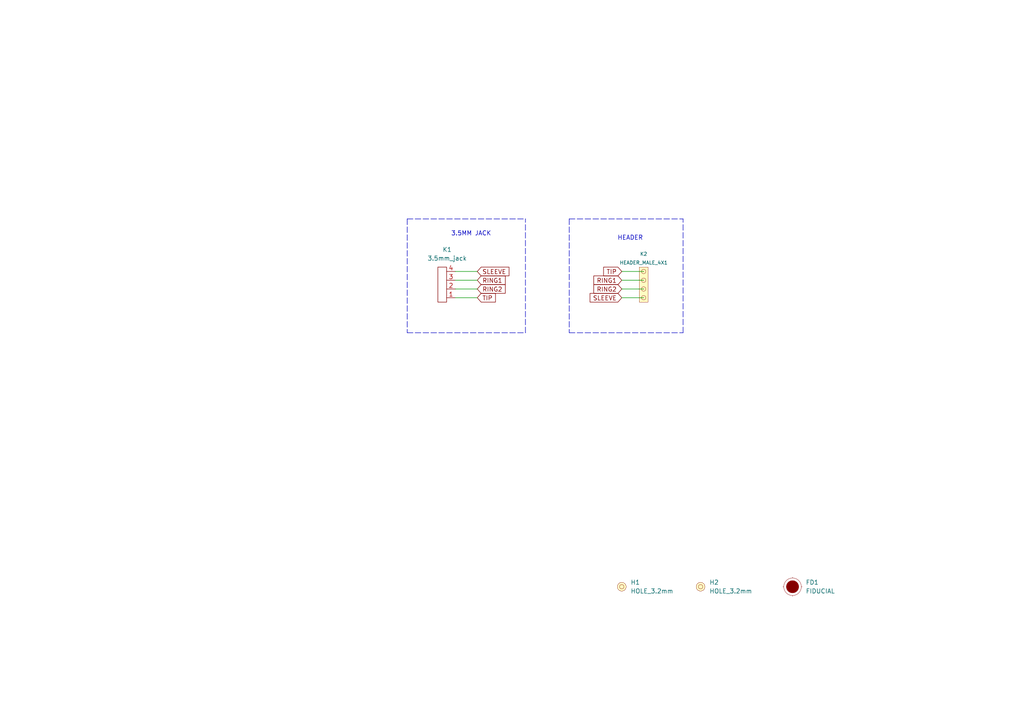
<source format=kicad_sch>
(kicad_sch (version 20211123) (generator eeschema)

  (uuid 4d4ea573-4419-42fe-8738-6d28684e2e56)

  (paper "A4")

  (title_block
    (title "3.5mm Jack breakout")
    (date "2022-01-12")
    (rev "V1.0.0.")
    (company "SOLDERED")
    (comment 1 "333088")
  )

  (lib_symbols
    (symbol "e-radionica.com schematics:3.5mm_jack" (in_bom yes) (on_board yes)
      (property "Reference" "K" (id 0) (at 0 6.604 0)
        (effects (font (size 1.27 1.27)))
      )
      (property "Value" "3.5mm_jack" (id 1) (at 0 -7.62 0)
        (effects (font (size 1.27 1.27)))
      )
      (property "Footprint" "e-radionica.com footprinti:3.5mm_jack" (id 2) (at -1.27 0 0)
        (effects (font (size 1.27 1.27)) hide)
      )
      (property "Datasheet" "" (id 3) (at -1.27 0 0)
        (effects (font (size 1.27 1.27)) hide)
      )
      (symbol "3.5mm_jack_0_1"
        (rectangle (start -1.27 5.08) (end 1.27 -5.08)
          (stroke (width 0.1524) (type default) (color 0 0 0 0))
          (fill (type none))
        )
      )
      (symbol "3.5mm_jack_1_1"
        (pin passive line (at -3.81 3.81 0) (length 2.54)
          (name "" (effects (font (size 1.27 1.27))))
          (number "1" (effects (font (size 1.27 1.27))))
        )
        (pin passive line (at -3.81 1.27 0) (length 2.54)
          (name "" (effects (font (size 1.27 1.27))))
          (number "2" (effects (font (size 1.27 1.27))))
        )
        (pin passive line (at -3.81 -1.27 0) (length 2.54)
          (name "" (effects (font (size 1.27 1.27))))
          (number "3" (effects (font (size 1.27 1.27))))
        )
        (pin passive line (at -3.81 -3.81 0) (length 2.54)
          (name "" (effects (font (size 1.27 1.27))))
          (number "4" (effects (font (size 1.27 1.27))))
        )
      )
    )
    (symbol "e-radionica.com schematics:FIDUCIAL" (in_bom no) (on_board yes)
      (property "Reference" "FD" (id 0) (at 0 3.81 0)
        (effects (font (size 1.27 1.27)))
      )
      (property "Value" "FIDUCIAL" (id 1) (at 0 -3.81 0)
        (effects (font (size 1.27 1.27)))
      )
      (property "Footprint" "e-radionica.com footprinti:FIDUCIAL_23" (id 2) (at 0.254 -5.334 0)
        (effects (font (size 1.27 1.27)) hide)
      )
      (property "Datasheet" "" (id 3) (at 0 0 0)
        (effects (font (size 1.27 1.27)) hide)
      )
      (symbol "FIDUCIAL_0_1"
        (polyline
          (pts
            (xy -2.54 0)
            (xy -2.794 0)
          )
          (stroke (width 0.0006) (type default) (color 0 0 0 0))
          (fill (type none))
        )
        (polyline
          (pts
            (xy 0 -2.54)
            (xy 0 -2.794)
          )
          (stroke (width 0.0006) (type default) (color 0 0 0 0))
          (fill (type none))
        )
        (polyline
          (pts
            (xy 0 2.54)
            (xy 0 2.794)
          )
          (stroke (width 0.0006) (type default) (color 0 0 0 0))
          (fill (type none))
        )
        (polyline
          (pts
            (xy 2.54 0)
            (xy 2.794 0)
          )
          (stroke (width 0.0006) (type default) (color 0 0 0 0))
          (fill (type none))
        )
        (circle (center 0 0) (radius 1.7961)
          (stroke (width 0.001) (type default) (color 0 0 0 0))
          (fill (type outline))
        )
        (circle (center 0 0) (radius 2.54)
          (stroke (width 0.0006) (type default) (color 0 0 0 0))
          (fill (type none))
        )
      )
    )
    (symbol "e-radionica.com schematics:HEADER_MALE_4X1" (pin_numbers hide) (pin_names hide) (in_bom yes) (on_board yes)
      (property "Reference" "K" (id 0) (at -0.635 7.62 0)
        (effects (font (size 1 1)))
      )
      (property "Value" "HEADER_MALE_4X1" (id 1) (at 0 -5.08 0)
        (effects (font (size 1 1)))
      )
      (property "Footprint" "e-radionica.com footprinti:HEADER_MALE_4X1" (id 2) (at 0 -7.62 0)
        (effects (font (size 1 1)) hide)
      )
      (property "Datasheet" "" (id 3) (at 0 -2.54 0)
        (effects (font (size 1 1)) hide)
      )
      (symbol "HEADER_MALE_4X1_0_1"
        (circle (center 0 -2.54) (radius 0.635)
          (stroke (width 0.0006) (type default) (color 0 0 0 0))
          (fill (type none))
        )
        (circle (center 0 0) (radius 0.635)
          (stroke (width 0.0006) (type default) (color 0 0 0 0))
          (fill (type none))
        )
        (circle (center 0 2.54) (radius 0.635)
          (stroke (width 0.0006) (type default) (color 0 0 0 0))
          (fill (type none))
        )
        (circle (center 0 5.08) (radius 0.635)
          (stroke (width 0.0006) (type default) (color 0 0 0 0))
          (fill (type none))
        )
        (rectangle (start 1.27 -3.81) (end -1.27 6.35)
          (stroke (width 0.001) (type default) (color 0 0 0 0))
          (fill (type background))
        )
      )
      (symbol "HEADER_MALE_4X1_1_1"
        (pin passive line (at 0 -2.54 180) (length 0)
          (name "~" (effects (font (size 1 1))))
          (number "1" (effects (font (size 1 1))))
        )
        (pin passive line (at 0 0 180) (length 0)
          (name "~" (effects (font (size 1 1))))
          (number "2" (effects (font (size 1 1))))
        )
        (pin passive line (at 0 2.54 180) (length 0)
          (name "~" (effects (font (size 1 1))))
          (number "3" (effects (font (size 1 1))))
        )
        (pin passive line (at 0 5.08 180) (length 0)
          (name "~" (effects (font (size 1 1))))
          (number "4" (effects (font (size 1 1))))
        )
      )
    )
    (symbol "e-radionica.com schematics:HOLE_3.2mm" (pin_numbers hide) (pin_names hide) (in_bom yes) (on_board yes)
      (property "Reference" "H" (id 0) (at 0 2.54 0)
        (effects (font (size 1.27 1.27)))
      )
      (property "Value" "HOLE_3.2mm" (id 1) (at 0 -2.54 0)
        (effects (font (size 1.27 1.27)))
      )
      (property "Footprint" "e-radionica.com footprinti:HOLE_3.2mm" (id 2) (at 0 0 0)
        (effects (font (size 1.27 1.27)) hide)
      )
      (property "Datasheet" "" (id 3) (at 0 0 0)
        (effects (font (size 1.27 1.27)) hide)
      )
      (symbol "HOLE_3.2mm_0_1"
        (circle (center 0 0) (radius 0.635)
          (stroke (width 0.0006) (type default) (color 0 0 0 0))
          (fill (type none))
        )
        (circle (center 0 0) (radius 1.27)
          (stroke (width 0.001) (type default) (color 0 0 0 0))
          (fill (type background))
        )
      )
    )
  )


  (polyline (pts (xy 118.11 63.5) (xy 118.11 96.52))
    (stroke (width 0) (type dash) (color 0 0 0 0))
    (uuid 07b23a9b-11db-408f-b7ca-c57849f63940)
  )
  (polyline (pts (xy 118.11 63.5) (xy 152.4 63.5))
    (stroke (width 0) (type dash) (color 0 0 0 0))
    (uuid 07b23a9b-11db-408f-b7ca-c57849f63941)
  )
  (polyline (pts (xy 118.11 96.52) (xy 152.4 96.52))
    (stroke (width 0) (type dash) (color 0 0 0 0))
    (uuid 07b23a9b-11db-408f-b7ca-c57849f63942)
  )
  (polyline (pts (xy 152.4 96.52) (xy 152.4 63.5))
    (stroke (width 0) (type dash) (color 0 0 0 0))
    (uuid 07b23a9b-11db-408f-b7ca-c57849f63943)
  )

  (wire (pts (xy 180.34 81.28) (xy 186.69 81.28))
    (stroke (width 0) (type solid) (color 0 0 0 0))
    (uuid 0eed3b68-b9ad-4508-8b1d-c6a2670b1b39)
  )
  (wire (pts (xy 132.08 83.82) (xy 138.43 83.82))
    (stroke (width 0) (type solid) (color 0 0 0 0))
    (uuid 0f6ddcc2-4c92-42aa-bb41-71a07b1d1c10)
  )
  (wire (pts (xy 180.34 83.82) (xy 186.69 83.82))
    (stroke (width 0) (type solid) (color 0 0 0 0))
    (uuid 1e70f4c5-7ca6-4a53-a5cd-027cb3c06eda)
  )
  (wire (pts (xy 180.34 78.74) (xy 186.69 78.74))
    (stroke (width 0) (type solid) (color 0 0 0 0))
    (uuid 3446b0a6-5619-4540-b9e0-3f35fb42538a)
  )
  (wire (pts (xy 132.08 86.36) (xy 138.43 86.36))
    (stroke (width 0) (type solid) (color 0 0 0 0))
    (uuid 34612f0c-6b99-4788-8ca7-df28a1c77952)
  )
  (wire (pts (xy 132.08 78.74) (xy 138.43 78.74))
    (stroke (width 0) (type solid) (color 0 0 0 0))
    (uuid 504cc251-8d48-495e-81b6-f29fff3cba7d)
  )
  (wire (pts (xy 180.34 86.36) (xy 186.69 86.36))
    (stroke (width 0) (type solid) (color 0 0 0 0))
    (uuid 8064715a-29d4-43b3-978e-5ff45d2479ae)
  )
  (polyline (pts (xy 165.1 63.5) (xy 165.1 96.52))
    (stroke (width 0) (type dash) (color 0 0 0 0))
    (uuid c95be70e-ddc2-4582-9b8e-1228d5635d2c)
  )
  (polyline (pts (xy 165.1 63.5) (xy 198.12 63.5))
    (stroke (width 0) (type dash) (color 0 0 0 0))
    (uuid c95be70e-ddc2-4582-9b8e-1228d5635d2d)
  )
  (polyline (pts (xy 165.1 96.52) (xy 198.12 96.52))
    (stroke (width 0) (type dash) (color 0 0 0 0))
    (uuid c95be70e-ddc2-4582-9b8e-1228d5635d2e)
  )
  (polyline (pts (xy 198.12 96.52) (xy 198.12 63.5))
    (stroke (width 0) (type dash) (color 0 0 0 0))
    (uuid c95be70e-ddc2-4582-9b8e-1228d5635d2f)
  )

  (wire (pts (xy 132.08 81.28) (xy 138.43 81.28))
    (stroke (width 0) (type solid) (color 0 0 0 0))
    (uuid e84d48e8-74bd-4eeb-bc02-dcb739594d16)
  )

  (text "HEADER" (at 179.07 69.85 0)
    (effects (font (size 1.27 1.27)) (justify left bottom))
    (uuid 88e40bdb-21e0-4411-b409-718cfc8a5d86)
  )
  (text "3.5MM JACK" (at 130.81 68.58 0)
    (effects (font (size 1.27 1.27)) (justify left bottom))
    (uuid c9932a74-5570-4d89-9f85-b5477670644c)
  )

  (global_label "RING1" (shape input) (at 138.43 81.28 0) (fields_autoplaced)
    (effects (font (size 1.27 1.27)) (justify left))
    (uuid 09fcc398-a550-49b7-8971-abad8510bd0b)
    (property "Intersheet References" "${INTERSHEET_REFS}" (id 0) (at 146.5279 81.3594 0)
      (effects (font (size 1.27 1.27)) (justify left) hide)
    )
  )
  (global_label "SLEEVE" (shape input) (at 138.43 78.74 0) (fields_autoplaced)
    (effects (font (size 1.27 1.27)) (justify left))
    (uuid 4993d6a4-0976-4638-a662-58c562913dea)
    (property "Intersheet References" "${INTERSHEET_REFS}" (id 0) (at 147.6164 78.6606 0)
      (effects (font (size 1.27 1.27)) (justify left) hide)
    )
  )
  (global_label "TIP" (shape input) (at 138.43 86.36 0) (fields_autoplaced)
    (effects (font (size 1.27 1.27)) (justify left))
    (uuid 689ef92e-21a3-453e-9fdb-68be11ebfa7b)
    (property "Intersheet References" "${INTERSHEET_REFS}" (id 0) (at 143.6855 86.4394 0)
      (effects (font (size 1.27 1.27)) (justify left) hide)
    )
  )
  (global_label "SLEEVE" (shape input) (at 180.34 86.36 180) (fields_autoplaced)
    (effects (font (size 1.27 1.27)) (justify right))
    (uuid 6f2a92b1-58e1-4844-badb-ffc5267883a3)
    (property "Intersheet References" "${INTERSHEET_REFS}" (id 0) (at 171.1536 86.2806 0)
      (effects (font (size 1.27 1.27)) (justify right) hide)
    )
  )
  (global_label "TIP" (shape input) (at 180.34 78.74 180) (fields_autoplaced)
    (effects (font (size 1.27 1.27)) (justify right))
    (uuid 8b2a97fc-084b-420e-b94b-f6884d4252b0)
    (property "Intersheet References" "${INTERSHEET_REFS}" (id 0) (at 175.0845 78.6606 0)
      (effects (font (size 1.27 1.27)) (justify right) hide)
    )
  )
  (global_label "RING2" (shape input) (at 180.34 83.82 180) (fields_autoplaced)
    (effects (font (size 1.27 1.27)) (justify right))
    (uuid 8bd6a524-3435-4555-a566-4fc2b9f17c57)
    (property "Intersheet References" "${INTERSHEET_REFS}" (id 0) (at 172.2421 83.8994 0)
      (effects (font (size 1.27 1.27)) (justify right) hide)
    )
  )
  (global_label "RING2" (shape input) (at 138.43 83.82 0) (fields_autoplaced)
    (effects (font (size 1.27 1.27)) (justify left))
    (uuid d64663c6-256a-4477-be82-089fd46516a3)
    (property "Intersheet References" "${INTERSHEET_REFS}" (id 0) (at 146.5279 83.7406 0)
      (effects (font (size 1.27 1.27)) (justify left) hide)
    )
  )
  (global_label "RING1" (shape input) (at 180.34 81.28 180) (fields_autoplaced)
    (effects (font (size 1.27 1.27)) (justify right))
    (uuid d97b1526-80c6-4996-af9e-7eaf8078d3e4)
    (property "Intersheet References" "${INTERSHEET_REFS}" (id 0) (at 172.2421 81.2006 0)
      (effects (font (size 1.27 1.27)) (justify right) hide)
    )
  )

  (symbol (lib_id "e-radionica.com schematics:HEADER_MALE_4X1") (at 186.69 83.82 0) (unit 1)
    (in_bom yes) (on_board yes) (fields_autoplaced)
    (uuid 03e084a4-0c89-43c2-a8f7-b7cb3931c78e)
    (property "Reference" "K2" (id 0) (at 186.69 73.66 0)
      (effects (font (size 1 1)))
    )
    (property "Value" "HEADER_MALE_4X1" (id 1) (at 186.69 76.2 0)
      (effects (font (size 1 1)))
    )
    (property "Footprint" "e-radionica.com footprinti:HEADER_MALE_4X1" (id 2) (at 186.69 91.44 0)
      (effects (font (size 1 1)) hide)
    )
    (property "Datasheet" "" (id 3) (at 186.69 86.36 0)
      (effects (font (size 1 1)) hide)
    )
    (pin "1" (uuid 2531b211-3ee5-49c5-adca-56e29bfd9d2e))
    (pin "2" (uuid e84b03aa-6f5d-4326-8772-11bd3560db49))
    (pin "3" (uuid ded932be-4c11-4479-9545-cd9afadcff7e))
    (pin "4" (uuid b6ce5a84-7c71-44d1-93ba-0d9824f41605))
  )

  (symbol (lib_id "e-radionica.com schematics:FIDUCIAL") (at 229.87 170.18 0) (unit 1)
    (in_bom no) (on_board yes) (fields_autoplaced)
    (uuid 1c19e93a-7a59-44c4-b783-7529f41d7077)
    (property "Reference" "FD1" (id 0) (at 233.68 168.9099 0)
      (effects (font (size 1.27 1.27)) (justify left))
    )
    (property "Value" "FIDUCIAL" (id 1) (at 233.68 171.4499 0)
      (effects (font (size 1.27 1.27)) (justify left))
    )
    (property "Footprint" "e-radionica.com footprinti:FIDUCIAL_23" (id 2) (at 230.124 175.514 0)
      (effects (font (size 1.27 1.27)) hide)
    )
    (property "Datasheet" "" (id 3) (at 229.87 170.18 0)
      (effects (font (size 1.27 1.27)) hide)
    )
  )

  (symbol (lib_id "e-radionica.com schematics:HOLE_3.2mm") (at 203.2 170.18 0) (unit 1)
    (in_bom yes) (on_board yes) (fields_autoplaced)
    (uuid 6c58a631-3963-48cb-b4e3-6c1fcf0a99dd)
    (property "Reference" "H2" (id 0) (at 205.74 168.9099 0)
      (effects (font (size 1.27 1.27)) (justify left))
    )
    (property "Value" "HOLE_3.2mm" (id 1) (at 205.74 171.4499 0)
      (effects (font (size 1.27 1.27)) (justify left))
    )
    (property "Footprint" "e-radionica.com footprinti:HOLE_3.2mm" (id 2) (at 203.2 170.18 0)
      (effects (font (size 1.27 1.27)) hide)
    )
    (property "Datasheet" "" (id 3) (at 203.2 170.18 0)
      (effects (font (size 1.27 1.27)) hide)
    )
  )

  (symbol (lib_id "e-radionica.com schematics:3.5mm_jack") (at 128.27 82.55 180) (unit 1)
    (in_bom yes) (on_board yes) (fields_autoplaced)
    (uuid 8f5d78b1-6f63-4495-9128-338c262f2f6b)
    (property "Reference" "K1" (id 0) (at 129.6924 72.39 0))
    (property "Value" "3.5mm_jack" (id 1) (at 129.6924 74.93 0))
    (property "Footprint" "e-radionica.com footprinti:3.5mm_jack" (id 2) (at 129.54 82.55 0)
      (effects (font (size 1.27 1.27)) hide)
    )
    (property "Datasheet" "" (id 3) (at 129.54 82.55 0)
      (effects (font (size 1.27 1.27)) hide)
    )
    (pin "1" (uuid 4102be74-409a-4d0a-bead-eda0e64c4ccb))
    (pin "2" (uuid d4af698f-a5de-40d9-96c7-0b1f568008a3))
    (pin "3" (uuid ffb18086-5b00-41c7-b84a-2801d8e218c6))
    (pin "4" (uuid 870a37ad-b582-4906-8b49-2de9600bb4f4))
  )

  (symbol (lib_id "e-radionica.com schematics:HOLE_3.2mm") (at 180.34 170.18 0) (unit 1)
    (in_bom yes) (on_board yes) (fields_autoplaced)
    (uuid aad09f74-0687-46c1-81fa-8ce5150ff514)
    (property "Reference" "H1" (id 0) (at 182.88 168.9099 0)
      (effects (font (size 1.27 1.27)) (justify left))
    )
    (property "Value" "HOLE_3.2mm" (id 1) (at 182.88 171.4499 0)
      (effects (font (size 1.27 1.27)) (justify left))
    )
    (property "Footprint" "e-radionica.com footprinti:HOLE_3.2mm" (id 2) (at 180.34 170.18 0)
      (effects (font (size 1.27 1.27)) hide)
    )
    (property "Datasheet" "" (id 3) (at 180.34 170.18 0)
      (effects (font (size 1.27 1.27)) hide)
    )
  )

  (sheet_instances
    (path "/" (page "1"))
  )

  (symbol_instances
    (path "/1c19e93a-7a59-44c4-b783-7529f41d7077"
      (reference "FD1") (unit 1) (value "FIDUCIAL") (footprint "e-radionica.com footprinti:FIDUCIAL_23")
    )
    (path "/aad09f74-0687-46c1-81fa-8ce5150ff514"
      (reference "H1") (unit 1) (value "HOLE_3.2mm") (footprint "e-radionica.com footprinti:HOLE_3.2mm")
    )
    (path "/6c58a631-3963-48cb-b4e3-6c1fcf0a99dd"
      (reference "H2") (unit 1) (value "HOLE_3.2mm") (footprint "e-radionica.com footprinti:HOLE_3.2mm")
    )
    (path "/8f5d78b1-6f63-4495-9128-338c262f2f6b"
      (reference "K1") (unit 1) (value "3.5mm_jack") (footprint "e-radionica.com footprinti:3.5mm_jack")
    )
    (path "/03e084a4-0c89-43c2-a8f7-b7cb3931c78e"
      (reference "K2") (unit 1) (value "HEADER_MALE_4X1") (footprint "e-radionica.com footprinti:HEADER_MALE_4X1")
    )
  )
)

</source>
